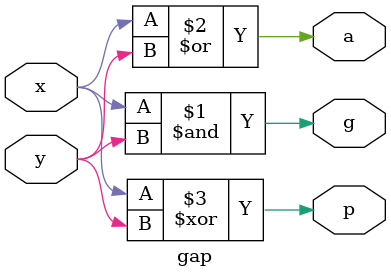
<source format=v>
`timescale 1ns / 1ps
module gap(x,y,g,a,p);
input x;
input y;
output g;
output a;
output p;

assign g=x&y;
assign a=x|y;
assign p=x^y;
endmodule

</source>
